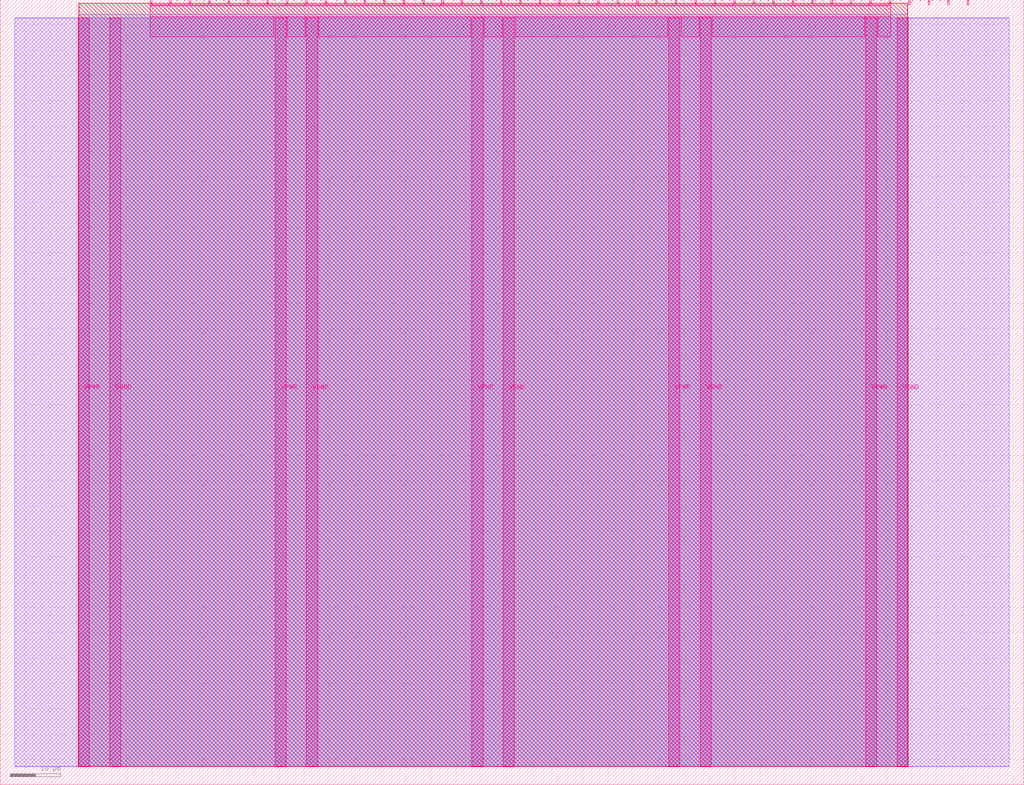
<source format=lef>
VERSION 5.7 ;
  NOWIREEXTENSIONATPIN ON ;
  DIVIDERCHAR "/" ;
  BUSBITCHARS "[]" ;
MACRO tt_um_wokwi_434917320361309185
  CLASS BLOCK ;
  FOREIGN tt_um_wokwi_434917320361309185 ;
  ORIGIN 0.000 0.000 ;
  SIZE 202.080 BY 154.980 ;
  PIN VGND
    DIRECTION INOUT ;
    USE GROUND ;
    PORT
      LAYER Metal5 ;
        RECT 21.580 3.560 23.780 151.420 ;
    END
    PORT
      LAYER Metal5 ;
        RECT 60.450 3.560 62.650 151.420 ;
    END
    PORT
      LAYER Metal5 ;
        RECT 99.320 3.560 101.520 151.420 ;
    END
    PORT
      LAYER Metal5 ;
        RECT 138.190 3.560 140.390 151.420 ;
    END
    PORT
      LAYER Metal5 ;
        RECT 177.060 3.560 179.260 151.420 ;
    END
  END VGND
  PIN VPWR
    DIRECTION INOUT ;
    USE POWER ;
    PORT
      LAYER Metal5 ;
        RECT 15.380 3.560 17.580 151.420 ;
    END
    PORT
      LAYER Metal5 ;
        RECT 54.250 3.560 56.450 151.420 ;
    END
    PORT
      LAYER Metal5 ;
        RECT 93.120 3.560 95.320 151.420 ;
    END
    PORT
      LAYER Metal5 ;
        RECT 131.990 3.560 134.190 151.420 ;
    END
    PORT
      LAYER Metal5 ;
        RECT 170.860 3.560 173.060 151.420 ;
    END
  END VPWR
  PIN clk
    DIRECTION INPUT ;
    USE SIGNAL ;
    PORT
      LAYER Metal5 ;
        RECT 187.050 153.980 187.350 154.980 ;
    END
  END clk
  PIN ena
    DIRECTION INPUT ;
    USE SIGNAL ;
    PORT
      LAYER Metal5 ;
        RECT 190.890 153.980 191.190 154.980 ;
    END
  END ena
  PIN rst_n
    DIRECTION INPUT ;
    USE SIGNAL ;
    PORT
      LAYER Metal5 ;
        RECT 183.210 153.980 183.510 154.980 ;
    END
  END rst_n
  PIN ui_in[0]
    DIRECTION INPUT ;
    USE SIGNAL ;
    PORT
      LAYER Metal5 ;
        RECT 179.370 153.980 179.670 154.980 ;
    END
  END ui_in[0]
  PIN ui_in[1]
    DIRECTION INPUT ;
    USE SIGNAL ;
    ANTENNAGATEAREA 0.180700 ;
    PORT
      LAYER Metal5 ;
        RECT 175.530 153.980 175.830 154.980 ;
    END
  END ui_in[1]
  PIN ui_in[2]
    DIRECTION INPUT ;
    USE SIGNAL ;
    ANTENNAGATEAREA 0.180700 ;
    PORT
      LAYER Metal5 ;
        RECT 171.690 153.980 171.990 154.980 ;
    END
  END ui_in[2]
  PIN ui_in[3]
    DIRECTION INPUT ;
    USE SIGNAL ;
    ANTENNAGATEAREA 0.180700 ;
    PORT
      LAYER Metal5 ;
        RECT 167.850 153.980 168.150 154.980 ;
    END
  END ui_in[3]
  PIN ui_in[4]
    DIRECTION INPUT ;
    USE SIGNAL ;
    ANTENNAGATEAREA 0.180700 ;
    PORT
      LAYER Metal5 ;
        RECT 164.010 153.980 164.310 154.980 ;
    END
  END ui_in[4]
  PIN ui_in[5]
    DIRECTION INPUT ;
    USE SIGNAL ;
    ANTENNAGATEAREA 0.180700 ;
    PORT
      LAYER Metal5 ;
        RECT 160.170 153.980 160.470 154.980 ;
    END
  END ui_in[5]
  PIN ui_in[6]
    DIRECTION INPUT ;
    USE SIGNAL ;
    ANTENNAGATEAREA 0.180700 ;
    PORT
      LAYER Metal5 ;
        RECT 156.330 153.980 156.630 154.980 ;
    END
  END ui_in[6]
  PIN ui_in[7]
    DIRECTION INPUT ;
    USE SIGNAL ;
    ANTENNAGATEAREA 0.180700 ;
    PORT
      LAYER Metal5 ;
        RECT 152.490 153.980 152.790 154.980 ;
    END
  END ui_in[7]
  PIN uio_in[0]
    DIRECTION INPUT ;
    USE SIGNAL ;
    PORT
      LAYER Metal5 ;
        RECT 148.650 153.980 148.950 154.980 ;
    END
  END uio_in[0]
  PIN uio_in[1]
    DIRECTION INPUT ;
    USE SIGNAL ;
    PORT
      LAYER Metal5 ;
        RECT 144.810 153.980 145.110 154.980 ;
    END
  END uio_in[1]
  PIN uio_in[2]
    DIRECTION INPUT ;
    USE SIGNAL ;
    PORT
      LAYER Metal5 ;
        RECT 140.970 153.980 141.270 154.980 ;
    END
  END uio_in[2]
  PIN uio_in[3]
    DIRECTION INPUT ;
    USE SIGNAL ;
    PORT
      LAYER Metal5 ;
        RECT 137.130 153.980 137.430 154.980 ;
    END
  END uio_in[3]
  PIN uio_in[4]
    DIRECTION INPUT ;
    USE SIGNAL ;
    PORT
      LAYER Metal5 ;
        RECT 133.290 153.980 133.590 154.980 ;
    END
  END uio_in[4]
  PIN uio_in[5]
    DIRECTION INPUT ;
    USE SIGNAL ;
    PORT
      LAYER Metal5 ;
        RECT 129.450 153.980 129.750 154.980 ;
    END
  END uio_in[5]
  PIN uio_in[6]
    DIRECTION INPUT ;
    USE SIGNAL ;
    PORT
      LAYER Metal5 ;
        RECT 125.610 153.980 125.910 154.980 ;
    END
  END uio_in[6]
  PIN uio_in[7]
    DIRECTION INPUT ;
    USE SIGNAL ;
    PORT
      LAYER Metal5 ;
        RECT 121.770 153.980 122.070 154.980 ;
    END
  END uio_in[7]
  PIN uio_oe[0]
    DIRECTION OUTPUT ;
    USE SIGNAL ;
    ANTENNADIFFAREA 0.299200 ;
    PORT
      LAYER Metal5 ;
        RECT 56.490 153.980 56.790 154.980 ;
    END
  END uio_oe[0]
  PIN uio_oe[1]
    DIRECTION OUTPUT ;
    USE SIGNAL ;
    ANTENNADIFFAREA 0.299200 ;
    PORT
      LAYER Metal5 ;
        RECT 52.650 153.980 52.950 154.980 ;
    END
  END uio_oe[1]
  PIN uio_oe[2]
    DIRECTION OUTPUT ;
    USE SIGNAL ;
    ANTENNADIFFAREA 0.299200 ;
    PORT
      LAYER Metal5 ;
        RECT 48.810 153.980 49.110 154.980 ;
    END
  END uio_oe[2]
  PIN uio_oe[3]
    DIRECTION OUTPUT ;
    USE SIGNAL ;
    ANTENNADIFFAREA 0.299200 ;
    PORT
      LAYER Metal5 ;
        RECT 44.970 153.980 45.270 154.980 ;
    END
  END uio_oe[3]
  PIN uio_oe[4]
    DIRECTION OUTPUT ;
    USE SIGNAL ;
    ANTENNADIFFAREA 0.299200 ;
    PORT
      LAYER Metal5 ;
        RECT 41.130 153.980 41.430 154.980 ;
    END
  END uio_oe[4]
  PIN uio_oe[5]
    DIRECTION OUTPUT ;
    USE SIGNAL ;
    ANTENNADIFFAREA 0.299200 ;
    PORT
      LAYER Metal5 ;
        RECT 37.290 153.980 37.590 154.980 ;
    END
  END uio_oe[5]
  PIN uio_oe[6]
    DIRECTION OUTPUT ;
    USE SIGNAL ;
    ANTENNADIFFAREA 0.299200 ;
    PORT
      LAYER Metal5 ;
        RECT 33.450 153.980 33.750 154.980 ;
    END
  END uio_oe[6]
  PIN uio_oe[7]
    DIRECTION OUTPUT ;
    USE SIGNAL ;
    ANTENNADIFFAREA 0.299200 ;
    PORT
      LAYER Metal5 ;
        RECT 29.610 153.980 29.910 154.980 ;
    END
  END uio_oe[7]
  PIN uio_out[0]
    DIRECTION OUTPUT ;
    USE SIGNAL ;
    ANTENNADIFFAREA 0.299200 ;
    PORT
      LAYER Metal5 ;
        RECT 87.210 153.980 87.510 154.980 ;
    END
  END uio_out[0]
  PIN uio_out[1]
    DIRECTION OUTPUT ;
    USE SIGNAL ;
    ANTENNADIFFAREA 0.299200 ;
    PORT
      LAYER Metal5 ;
        RECT 83.370 153.980 83.670 154.980 ;
    END
  END uio_out[1]
  PIN uio_out[2]
    DIRECTION OUTPUT ;
    USE SIGNAL ;
    ANTENNADIFFAREA 0.299200 ;
    PORT
      LAYER Metal5 ;
        RECT 79.530 153.980 79.830 154.980 ;
    END
  END uio_out[2]
  PIN uio_out[3]
    DIRECTION OUTPUT ;
    USE SIGNAL ;
    ANTENNADIFFAREA 0.299200 ;
    PORT
      LAYER Metal5 ;
        RECT 75.690 153.980 75.990 154.980 ;
    END
  END uio_out[3]
  PIN uio_out[4]
    DIRECTION OUTPUT ;
    USE SIGNAL ;
    ANTENNADIFFAREA 0.299200 ;
    PORT
      LAYER Metal5 ;
        RECT 71.850 153.980 72.150 154.980 ;
    END
  END uio_out[4]
  PIN uio_out[5]
    DIRECTION OUTPUT ;
    USE SIGNAL ;
    ANTENNADIFFAREA 0.299200 ;
    PORT
      LAYER Metal5 ;
        RECT 68.010 153.980 68.310 154.980 ;
    END
  END uio_out[5]
  PIN uio_out[6]
    DIRECTION OUTPUT ;
    USE SIGNAL ;
    ANTENNADIFFAREA 0.299200 ;
    PORT
      LAYER Metal5 ;
        RECT 64.170 153.980 64.470 154.980 ;
    END
  END uio_out[6]
  PIN uio_out[7]
    DIRECTION OUTPUT ;
    USE SIGNAL ;
    ANTENNADIFFAREA 0.299200 ;
    PORT
      LAYER Metal5 ;
        RECT 60.330 153.980 60.630 154.980 ;
    END
  END uio_out[7]
  PIN uo_out[0]
    DIRECTION OUTPUT ;
    USE SIGNAL ;
    ANTENNADIFFAREA 0.654800 ;
    PORT
      LAYER Metal5 ;
        RECT 117.930 153.980 118.230 154.980 ;
    END
  END uo_out[0]
  PIN uo_out[1]
    DIRECTION OUTPUT ;
    USE SIGNAL ;
    ANTENNADIFFAREA 0.654800 ;
    PORT
      LAYER Metal5 ;
        RECT 114.090 153.980 114.390 154.980 ;
    END
  END uo_out[1]
  PIN uo_out[2]
    DIRECTION OUTPUT ;
    USE SIGNAL ;
    ANTENNADIFFAREA 0.654800 ;
    PORT
      LAYER Metal5 ;
        RECT 110.250 153.980 110.550 154.980 ;
    END
  END uo_out[2]
  PIN uo_out[3]
    DIRECTION OUTPUT ;
    USE SIGNAL ;
    ANTENNADIFFAREA 0.654800 ;
    PORT
      LAYER Metal5 ;
        RECT 106.410 153.980 106.710 154.980 ;
    END
  END uo_out[3]
  PIN uo_out[4]
    DIRECTION OUTPUT ;
    USE SIGNAL ;
    ANTENNADIFFAREA 0.654800 ;
    PORT
      LAYER Metal5 ;
        RECT 102.570 153.980 102.870 154.980 ;
    END
  END uo_out[4]
  PIN uo_out[5]
    DIRECTION OUTPUT ;
    USE SIGNAL ;
    ANTENNADIFFAREA 0.654800 ;
    PORT
      LAYER Metal5 ;
        RECT 98.730 153.980 99.030 154.980 ;
    END
  END uo_out[5]
  PIN uo_out[6]
    DIRECTION OUTPUT ;
    USE SIGNAL ;
    ANTENNADIFFAREA 0.654800 ;
    PORT
      LAYER Metal5 ;
        RECT 94.890 153.980 95.190 154.980 ;
    END
  END uo_out[6]
  PIN uo_out[7]
    DIRECTION OUTPUT ;
    USE SIGNAL ;
    ANTENNADIFFAREA 0.654800 ;
    PORT
      LAYER Metal5 ;
        RECT 91.050 153.980 91.350 154.980 ;
    END
  END uo_out[7]
  OBS
      LAYER GatPoly ;
        RECT 2.880 3.630 199.200 151.350 ;
      LAYER Metal1 ;
        RECT 2.880 3.560 199.200 151.420 ;
      LAYER Metal2 ;
        RECT 15.515 3.680 179.125 152.140 ;
      LAYER Metal3 ;
        RECT 15.560 3.635 179.080 154.285 ;
      LAYER Metal4 ;
        RECT 15.515 3.680 179.125 154.240 ;
      LAYER Metal5 ;
        RECT 30.120 153.770 33.240 153.980 ;
        RECT 33.960 153.770 37.080 153.980 ;
        RECT 37.800 153.770 40.920 153.980 ;
        RECT 41.640 153.770 44.760 153.980 ;
        RECT 45.480 153.770 48.600 153.980 ;
        RECT 49.320 153.770 52.440 153.980 ;
        RECT 53.160 153.770 56.280 153.980 ;
        RECT 57.000 153.770 60.120 153.980 ;
        RECT 60.840 153.770 63.960 153.980 ;
        RECT 64.680 153.770 67.800 153.980 ;
        RECT 68.520 153.770 71.640 153.980 ;
        RECT 72.360 153.770 75.480 153.980 ;
        RECT 76.200 153.770 79.320 153.980 ;
        RECT 80.040 153.770 83.160 153.980 ;
        RECT 83.880 153.770 87.000 153.980 ;
        RECT 87.720 153.770 90.840 153.980 ;
        RECT 91.560 153.770 94.680 153.980 ;
        RECT 95.400 153.770 98.520 153.980 ;
        RECT 99.240 153.770 102.360 153.980 ;
        RECT 103.080 153.770 106.200 153.980 ;
        RECT 106.920 153.770 110.040 153.980 ;
        RECT 110.760 153.770 113.880 153.980 ;
        RECT 114.600 153.770 117.720 153.980 ;
        RECT 118.440 153.770 121.560 153.980 ;
        RECT 122.280 153.770 125.400 153.980 ;
        RECT 126.120 153.770 129.240 153.980 ;
        RECT 129.960 153.770 133.080 153.980 ;
        RECT 133.800 153.770 136.920 153.980 ;
        RECT 137.640 153.770 140.760 153.980 ;
        RECT 141.480 153.770 144.600 153.980 ;
        RECT 145.320 153.770 148.440 153.980 ;
        RECT 149.160 153.770 152.280 153.980 ;
        RECT 153.000 153.770 156.120 153.980 ;
        RECT 156.840 153.770 159.960 153.980 ;
        RECT 160.680 153.770 163.800 153.980 ;
        RECT 164.520 153.770 167.640 153.980 ;
        RECT 168.360 153.770 171.480 153.980 ;
        RECT 172.200 153.770 175.320 153.980 ;
        RECT 29.660 151.630 175.780 153.770 ;
        RECT 29.660 147.695 54.040 151.630 ;
        RECT 56.660 147.695 60.240 151.630 ;
        RECT 62.860 147.695 92.910 151.630 ;
        RECT 95.530 147.695 99.110 151.630 ;
        RECT 101.730 147.695 131.780 151.630 ;
        RECT 134.400 147.695 137.980 151.630 ;
        RECT 140.600 147.695 170.650 151.630 ;
        RECT 173.270 147.695 175.780 151.630 ;
  END
END tt_um_wokwi_434917320361309185
END LIBRARY


</source>
